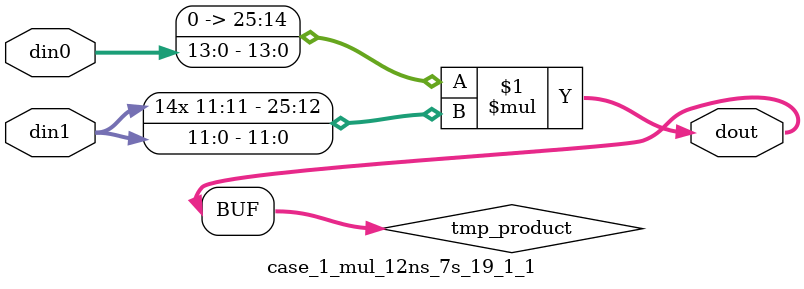
<source format=v>

`timescale 1 ns / 1 ps

 (* use_dsp = "no" *)  module case_1_mul_12ns_7s_19_1_1(din0, din1, dout);
parameter ID = 1;
parameter NUM_STAGE = 0;
parameter din0_WIDTH = 14;
parameter din1_WIDTH = 12;
parameter dout_WIDTH = 26;

input [din0_WIDTH - 1 : 0] din0; 
input [din1_WIDTH - 1 : 0] din1; 
output [dout_WIDTH - 1 : 0] dout;

wire signed [dout_WIDTH - 1 : 0] tmp_product;

























assign tmp_product = $signed({1'b0, din0}) * $signed(din1);










assign dout = tmp_product;





















endmodule

</source>
